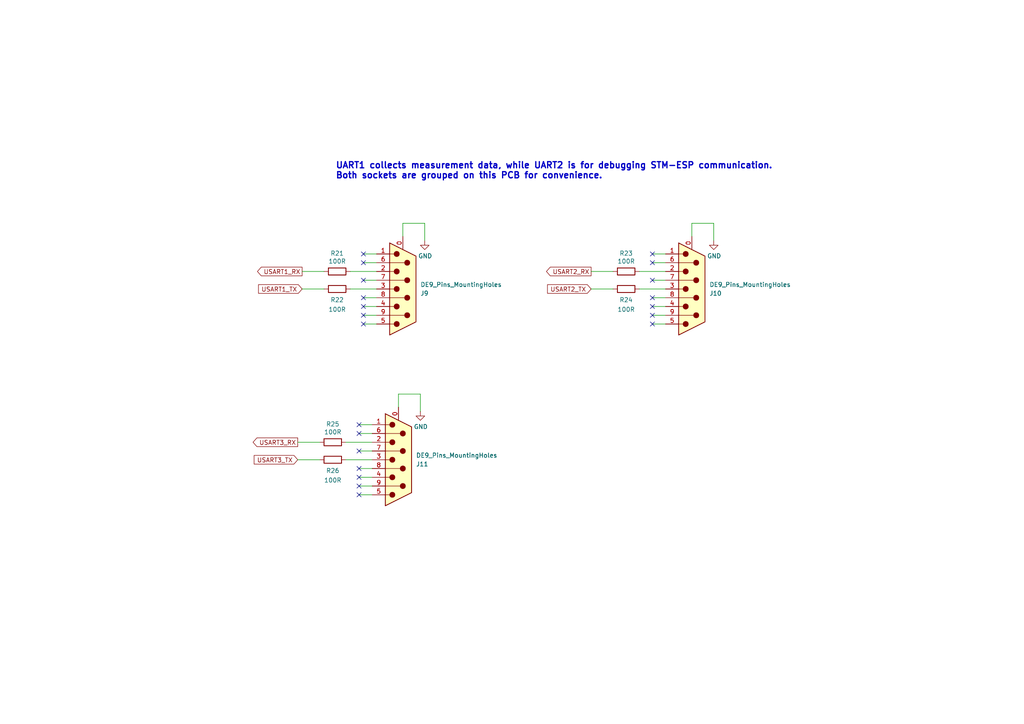
<source format=kicad_sch>
(kicad_sch (version 20250114) (generator "eeschema") (generator_version "9.0")
  (paper "A4")
  (lib_symbols
    (symbol "Connector:DE9_Pins_MountingHoles" (pin_names (offset 1.016) (hide yes))
      (property "Reference" "J" (at 0 16.51 0))
      (property "Value" "DE9_Pins_MountingHoles" (at 0 14.605 0))
      (symbol "DE9_Pins_MountingHoles_0_1"
        (polyline (pts (xy -3.81 10.16) (xy -2.54 10.16)))
        (polyline (pts (xy -3.81 7.62) (xy 0.508 7.62)))
        (polyline (pts (xy -3.81 5.08) (xy -2.54 5.08)))
        (polyline (pts (xy -3.81 2.54) (xy 0.508 2.54)))
        (polyline (pts (xy -3.81 0) (xy -2.54 0)))
        (polyline (pts (xy -3.81 -2.54) (xy 0.508 -2.54)))
        (polyline (pts (xy -3.81 -5.08) (xy -2.54 -5.08)))
        (polyline (pts (xy -3.81 -7.62) (xy 0.508 -7.62)))
        (polyline (pts (xy -3.81 -10.16) (xy -2.54 -10.16)))
        (polyline (pts (xy -3.81 -13.335) (xy -3.81 13.335) (xy 3.81 9.525) (xy 3.81 -9.525) (xy -3.81 -13.335)) (stroke (width 0.254)) (fill (type background)))
        (circle (center -1.778 10.16) (radius 0.762) (fill (type outline)))
        (circle (center -1.778 5.08) (radius 0.762) (fill (type outline)))
        (circle (center -1.778 0) (radius 0.762) (fill (type outline)))
        (circle (center -1.778 -5.08) (radius 0.762) (fill (type outline)))
        (circle (center -1.778 -10.16) (radius 0.762) (fill (type outline)))
        (circle (center 1.27 7.62) (radius 0.762) (fill (type outline)))
        (circle (center 1.27 2.54) (radius 0.762) (fill (type outline)))
        (circle (center 1.27 -2.54) (radius 0.762) (fill (type outline)))
        (circle (center 1.27 -7.62) (radius 0.762) (fill (type outline)))
      )
      (symbol "DE9_Pins_MountingHoles_1_1"
        (pin passive line (at -7.62 10.16 0) (length 3.81) (name "5") (number "5"))
        (pin passive line (at -7.62 7.62 0) (length 3.81) (name "9") (number "9"))
        (pin passive line (at -7.62 5.08 0) (length 3.81) (name "4") (number "4"))
        (pin passive line (at -7.62 2.54 0) (length 3.81) (name "8") (number "8"))
        (pin passive line (at -7.62 0 0) (length 3.81) (name "3") (number "3"))
        (pin passive line (at -7.62 -2.54 0) (length 3.81) (name "7") (number "7"))
        (pin passive line (at -7.62 -5.08 0) (length 3.81) (name "2") (number "2"))
        (pin passive line (at -7.62 -7.62 0) (length 3.81) (name "6") (number "6"))
        (pin passive line (at -7.62 -10.16 0) (length 3.81) (name "1") (number "1"))
        (pin passive line (at 0 -15.24 90) (length 3.81) (name "PAD") (number "0"))
      )
    )
    (symbol "Device:R" (pin_numbers (hide yes)) (pin_names (offset 0))
      (property "Reference" "R" (at 2.032 0 90))
      (property "Value" "R" (at 0 0 90))
      (symbol "R_0_1"
        (rectangle (start -1.016 -2.54) (end 1.016 2.54) (stroke (width 0.254)))
      )
      (symbol "R_1_1"
        (pin passive line (at 0 3.81 270) (length 1.27) (name "~") (number "1"))
        (pin passive line (at 0 -3.81 90) (length 1.27) (name "~") (number "2"))
      )
    )
    (symbol "power:GND" (power) (pin_numbers (hide yes)) (pin_names (offset 0) (hide yes))
      (property "Value" "GND" (at 0 -3.81 0))
      (symbol "GND_0_1"
        (polyline (pts (xy 0 0) (xy 0 -1.27) (xy 1.27 -1.27) (xy 0 -2.54) (xy -1.27 -1.27) (xy 0 -1.27)))
      )
      (symbol "GND_1_1"
        (pin power_in line (at 0 0 270) (length 0) (name "~") (number "1"))
      )
    )
  )
  (text "UART1 collects measurement data, while UART2 is for debugging STM-ESP communication. \nBoth sockets are grouped on this PCB for convenience." (at 97.282 52.07 0) (effects (font (size 1.8034 1.8034) (thickness 0.3607) (bold yes)) (justify left bottom)))
  (no_connect (at 104.14 143.51))
  (no_connect (at 104.14 138.43))
  (no_connect (at 189.23 88.9))
  (no_connect (at 105.41 91.44))
  (no_connect (at 105.41 73.66))
  (no_connect (at 104.14 140.97))
  (no_connect (at 105.41 81.28))
  (no_connect (at 189.23 76.2))
  (no_connect (at 189.23 73.66))
  (no_connect (at 105.41 76.2))
  (no_connect (at 104.14 123.19))
  (no_connect (at 189.23 91.44))
  (no_connect (at 189.23 81.28))
  (no_connect (at 105.41 93.98))
  (no_connect (at 189.23 93.98))
  (no_connect (at 189.23 86.36))
  (no_connect (at 105.41 86.36))
  (no_connect (at 104.14 135.89))
  (no_connect (at 104.14 130.81))
  (no_connect (at 104.14 125.73))
  (no_connect (at 105.41 88.9))
  (wire (pts (xy 123.19 64.77) (xy 116.84 64.77)))
  (wire (pts (xy 171.45 78.74) (xy 177.8 78.74)))
  (wire (pts (xy 104.14 140.97) (xy 107.95 140.97)))
  (wire (pts (xy 189.23 91.44) (xy 193.04 91.44)))
  (wire (pts (xy 104.14 135.89) (xy 107.95 135.89)))
  (wire (pts (xy 100.33 128.27) (xy 107.95 128.27)))
  (wire (pts (xy 185.42 83.82) (xy 193.04 83.82)))
  (wire (pts (xy 105.41 73.66) (xy 109.22 73.66)))
  (wire (pts (xy 105.41 76.2) (xy 109.22 76.2)))
  (wire (pts (xy 101.6 78.74) (xy 109.22 78.74)))
  (wire (pts (xy 104.14 125.73) (xy 107.95 125.73)))
  (wire (pts (xy 121.92 114.3) (xy 115.57 114.3)))
  (wire (pts (xy 189.23 88.9) (xy 193.04 88.9)))
  (wire (pts (xy 185.42 78.74) (xy 193.04 78.74)))
  (wire (pts (xy 104.14 130.81) (xy 107.95 130.81)))
  (wire (pts (xy 86.36 128.27) (xy 92.71 128.27)))
  (wire (pts (xy 86.36 133.35) (xy 92.71 133.35)))
  (wire (pts (xy 171.45 83.82) (xy 177.8 83.82)))
  (wire (pts (xy 200.66 64.77) (xy 200.66 68.58)))
  (wire (pts (xy 105.41 93.98) (xy 109.22 93.98)))
  (wire (pts (xy 207.01 64.77) (xy 200.66 64.77)))
  (wire (pts (xy 104.14 138.43) (xy 107.95 138.43)))
  (wire (pts (xy 189.23 73.66) (xy 193.04 73.66)))
  (wire (pts (xy 105.41 88.9) (xy 109.22 88.9)))
  (wire (pts (xy 100.33 133.35) (xy 107.95 133.35)))
  (wire (pts (xy 189.23 86.36) (xy 193.04 86.36)))
  (wire (pts (xy 87.63 78.74) (xy 93.98 78.74)))
  (wire (pts (xy 87.63 83.82) (xy 93.98 83.82)))
  (wire (pts (xy 101.6 83.82) (xy 109.22 83.82)))
  (wire (pts (xy 104.14 143.51) (xy 107.95 143.51)))
  (wire (pts (xy 116.84 64.77) (xy 116.84 68.58)))
  (wire (pts (xy 105.41 91.44) (xy 109.22 91.44)))
  (wire (pts (xy 189.23 93.98) (xy 193.04 93.98)))
  (wire (pts (xy 104.14 123.19) (xy 107.95 123.19)))
  (wire (pts (xy 105.41 81.28) (xy 109.22 81.28)))
  (wire (pts (xy 207.01 64.77) (xy 207.01 69.85)))
  (wire (pts (xy 123.19 64.77) (xy 123.19 69.85)))
  (wire (pts (xy 189.23 76.2) (xy 193.04 76.2)))
  (wire (pts (xy 115.57 114.3) (xy 115.57 118.11)))
  (wire (pts (xy 105.41 86.36) (xy 109.22 86.36)))
  (wire (pts (xy 189.23 81.28) (xy 193.04 81.28)))
  (wire (pts (xy 121.92 114.3) (xy 121.92 119.38)))
  (global_label "USART3_TX" (shape input) (at 86.36 133.35 180) (property "Intersheetrefs" "${INTERSHEET_REFS}" (effects (hide yes))))
  (global_label "USART2_TX" (shape input) (at 171.45 83.82 180) (property "Intersheetrefs" "${INTERSHEET_REFS}" (effects (hide yes))))
  (global_label "USART2_RX" (shape output) (at 171.45 78.74 180) (property "Intersheetrefs" "${INTERSHEET_REFS}" (effects (hide yes))))
  (global_label "USART3_RX" (shape output) (at 86.36 128.27 180) (property "Intersheetrefs" "${INTERSHEET_REFS}" (effects (hide yes))))
  (global_label "USART1_RX" (shape output) (at 87.63 78.74 180) (property "Intersheetrefs" "${INTERSHEET_REFS}" (effects (hide yes))))
  (global_label "USART1_TX" (shape input) (at 87.63 83.82 180) (property "Intersheetrefs" "${INTERSHEET_REFS}" (effects (hide yes))))
  (symbol (lib_id "Device:R") (at 96.52 128.27 90) (unit 1)
    (property "Reference" "R25" (at 96.52 123.0122 90))
    (property "Value" "100R" (at 96.52 125.3236 90))
    (property "Footprint" "Resistor_SMD:R_0805_2012Metric" (effects (hide yes)))
  )
  (symbol (lib_id "power:GND") (at 123.19 69.85 0) (unit 1)
    (property "Reference" "#PWR02" (effects (hide yes)))
    (property "Value" "GND" (at 123.317 74.2442 0))
    (property "Description" "Power symbol creates a global label with name \"GND\" , ground" (effects (hide yes)))
  )
  (symbol (lib_id "Connector:DE9_Pins_MountingHoles") (at 115.57 133.35 0) (mirror x) (unit 1)
    (property "Reference" "J11" (at 120.65 134.6201 0) (effects (justify left)))
    (property "Value" "DE9_Pins_MountingHoles" (at 120.65 132.0801 0) (effects (justify left)))
    (property "Footprint" "Connector_Dsub:DSUB-9_Socket_Vertical_P2.77x2.84mm_MountingHoles" (effects (hide yes)))
    (property "Description" "9-pin D-SUB connector, pins (male), Mounting Hole" (effects (hide yes)))
  )
  (symbol (lib_id "Device:R") (at 181.61 83.82 90) (unit 1)
    (property "Reference" "R24" (at 181.61 86.9856 90))
    (property "Value" "100R" (at 181.61 89.7607 90))
    (property "Footprint" "Resistor_SMD:R_0805_2012Metric" (effects (hide yes)))
  )
  (symbol (lib_id "Connector:DE9_Pins_MountingHoles") (at 200.66 83.82 0) (mirror x) (unit 1)
    (property "Reference" "J10" (at 205.74 85.0901 0) (effects (justify left)))
    (property "Value" "DE9_Pins_MountingHoles" (at 205.74 82.5501 0) (effects (justify left)))
    (property "Footprint" "Connector_Dsub:DSUB-9_Socket_Vertical_P2.77x2.84mm_MountingHoles" (effects (hide yes)))
    (property "Description" "9-pin D-SUB connector, pins (male), Mounting Hole" (effects (hide yes)))
  )
  (symbol (lib_id "Device:R") (at 96.52 133.35 90) (unit 1)
    (property "Reference" "R26" (at 96.52 136.5156 90))
    (property "Value" "100R" (at 96.52 139.2907 90))
    (property "Footprint" "Resistor_SMD:R_0805_2012Metric" (effects (hide yes)))
  )
  (symbol (lib_id "Device:R") (at 181.61 78.74 90) (unit 1)
    (property "Reference" "R23" (at 181.61 73.4822 90))
    (property "Value" "100R" (at 181.61 75.7936 90))
    (property "Footprint" "Resistor_SMD:R_0805_2012Metric" (effects (hide yes)))
  )
  (symbol (lib_id "Device:R") (at 97.79 78.74 90) (unit 1)
    (property "Reference" "R21" (at 97.79 73.4822 90))
    (property "Value" "100R" (at 97.79 75.7936 90))
    (property "Footprint" "Resistor_SMD:R_0805_2012Metric" (effects (hide yes)))
  )
  (symbol (lib_id "Connector:DE9_Pins_MountingHoles") (at 116.84 83.82 0) (mirror x) (unit 1)
    (property "Reference" "J9" (at 121.92 85.0901 0) (effects (justify left)))
    (property "Value" "DE9_Pins_MountingHoles" (at 121.92 82.5501 0) (effects (justify left)))
    (property "Footprint" "Connector_Dsub:DSUB-9_Socket_Vertical_P2.77x2.84mm_MountingHoles" (effects (hide yes)))
    (property "Description" "9-pin D-SUB connector, pins (male), Mounting Hole" (effects (hide yes)))
  )
  (symbol (lib_id "power:GND") (at 121.92 119.38 0) (unit 1)
    (property "Reference" "#PWR06" (effects (hide yes)))
    (property "Value" "GND" (at 122.047 123.7742 0))
    (property "Description" "Power symbol creates a global label with name \"GND\" , ground" (effects (hide yes)))
  )
  (symbol (lib_id "power:GND") (at 207.01 69.85 0) (unit 1)
    (property "Reference" "#PWR04" (effects (hide yes)))
    (property "Value" "GND" (at 207.137 74.2442 0))
    (property "Description" "Power symbol creates a global label with name \"GND\" , ground" (effects (hide yes)))
  )
  (symbol (lib_id "Device:R") (at 97.79 83.82 90) (unit 1)
    (property "Reference" "R22" (at 97.79 86.9856 90))
    (property "Value" "100R" (at 97.79 89.7607 90))
    (property "Footprint" "Resistor_SMD:R_0805_2012Metric" (effects (hide yes)))
  )
)
</source>
